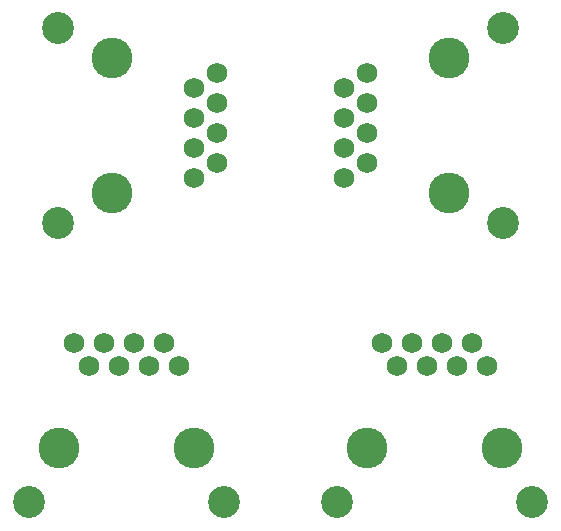
<source format=gts>
G04 Layer_Color=8388736*
%FSLAX25Y25*%
%MOIN*%
G70*
G01*
G75*
%ADD14C,0.13595*%
%ADD15C,0.10642*%
%ADD16C,0.06800*%
D14*
X422500Y362500D02*
D03*
Y407500D02*
D03*
X395000Y277500D02*
D03*
X440000D02*
D03*
X310000Y407500D02*
D03*
Y362500D02*
D03*
X292500Y277500D02*
D03*
X337500D02*
D03*
D15*
X440500Y417500D02*
D03*
Y352500D02*
D03*
X450000Y259500D02*
D03*
X385000D02*
D03*
X292000Y352500D02*
D03*
Y417500D02*
D03*
X347500Y259500D02*
D03*
X282500D02*
D03*
D16*
X387500Y377500D02*
D03*
Y367500D02*
D03*
X395000Y372500D02*
D03*
Y382500D02*
D03*
X387500Y387500D02*
D03*
X395000Y392500D02*
D03*
X387500Y397500D02*
D03*
X395000Y402500D02*
D03*
X410000Y312500D02*
D03*
X400000D02*
D03*
X405000Y305000D02*
D03*
X415000D02*
D03*
X420000Y312500D02*
D03*
X425000Y305000D02*
D03*
X430000Y312500D02*
D03*
X435000Y305000D02*
D03*
X345000Y392500D02*
D03*
Y402500D02*
D03*
X337500Y397500D02*
D03*
Y387500D02*
D03*
X345000Y382500D02*
D03*
X337500Y377500D02*
D03*
X345000Y372500D02*
D03*
X337500Y367500D02*
D03*
X307500Y312500D02*
D03*
X297500D02*
D03*
X302500Y305000D02*
D03*
X312500D02*
D03*
X317500Y312500D02*
D03*
X322500Y305000D02*
D03*
X327500Y312500D02*
D03*
X332500Y305000D02*
D03*
M02*

</source>
